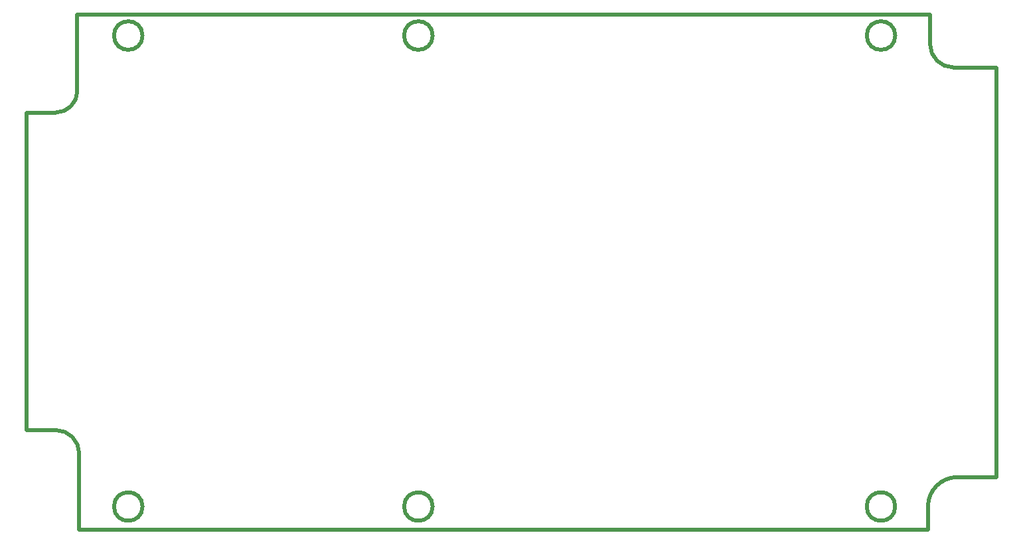
<source format=gbr>
G04 #@! TF.GenerationSoftware,KiCad,Pcbnew,5.99.0-unknown-ff9612b6da~131~ubuntu20.04.1*
G04 #@! TF.CreationDate,2021-08-29T13:57:06+09:00*
G04 #@! TF.ProjectId,Hyperwiper 2020 production prototype,48797065-7277-4697-9065-722032303230,V2.1.3*
G04 #@! TF.SameCoordinates,Original*
G04 #@! TF.FileFunction,Profile,NP*
%FSLAX46Y46*%
G04 Gerber Fmt 4.6, Leading zero omitted, Abs format (unit mm)*
G04 Created by KiCad (PCBNEW 5.99.0-unknown-ff9612b6da~131~ubuntu20.04.1) date 2021-08-29 13:57:06*
%MOMM*%
%LPD*%
G01*
G04 APERTURE LIST*
G04 #@! TA.AperFunction,Profile*
%ADD10C,0.500000*%
G04 #@! TD*
G04 APERTURE END LIST*
D10*
X201095000Y-61915000D02*
X201095000Y-114165000D01*
X192345000Y-120915000D02*
X84095000Y-120915000D01*
X83845000Y-64915000D02*
X83845000Y-55165000D01*
X83845000Y-55165000D02*
X192595000Y-55165000D01*
X188165027Y-57844973D02*
G75*
G03*
X188165027Y-57844973I-1820027J0D01*
G01*
X77345000Y-108165000D02*
X77345000Y-67665000D01*
X77345000Y-67665000D02*
X81095000Y-67665000D01*
X195595000Y-61915000D02*
G75*
G02*
X192595000Y-58915000I0J3000000D01*
G01*
X81095000Y-108165000D02*
X77345000Y-108165000D01*
X92165027Y-57844973D02*
G75*
G03*
X92165027Y-57844973I-1820027J0D01*
G01*
X129165027Y-117915000D02*
G75*
G03*
X129165027Y-117915000I-1820027J0D01*
G01*
X188165027Y-117915000D02*
G75*
G03*
X188165027Y-117915000I-1820027J0D01*
G01*
X129165027Y-57844973D02*
G75*
G03*
X129165027Y-57844973I-1820027J0D01*
G01*
X83845000Y-64915000D02*
G75*
G02*
X81095000Y-67665000I-2750000J0D01*
G01*
X84095000Y-120915000D02*
X84095000Y-111165000D01*
X192595000Y-55165000D02*
X192595000Y-58915000D01*
X195595000Y-61915000D02*
X201095000Y-61915000D01*
X196095000Y-114165000D02*
G75*
G03*
X192345000Y-117915000I0J-3750000D01*
G01*
X92165027Y-117915000D02*
G75*
G03*
X92165027Y-117915000I-1820027J0D01*
G01*
X201095000Y-114165000D02*
X196095000Y-114165000D01*
X84095000Y-111165000D02*
G75*
G03*
X81095000Y-108165000I-3000000J0D01*
G01*
X192345000Y-117915000D02*
X192345000Y-120915000D01*
M02*

</source>
